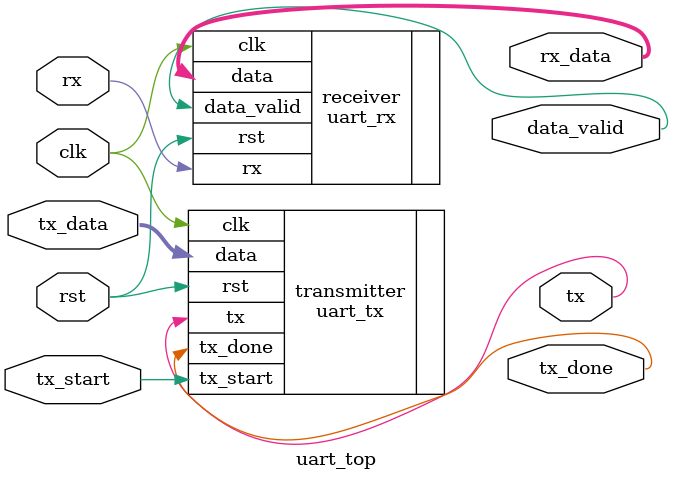
<source format=v>

module uart_top (
    input wire clk,
    input wire rst,
    input wire tx_start,
    input wire [7:0] tx_data,
    input wire rx,
    output wire tx,
    output wire [7:0] rx_data,
    output wire tx_done,
    output wire data_valid
);
    
    uart_tx transmitter (
        .clk(clk),
        .rst(rst),
        .tx_start(tx_start),
        .data(tx_data),
        .tx(tx),
        .tx_done(tx_done)
    );

    uart_rx receiver (
        .clk(clk),
        .rst(rst),
        .rx(rx),
        .data(rx_data),
        .data_valid(data_valid)
    );

endmodule

</source>
